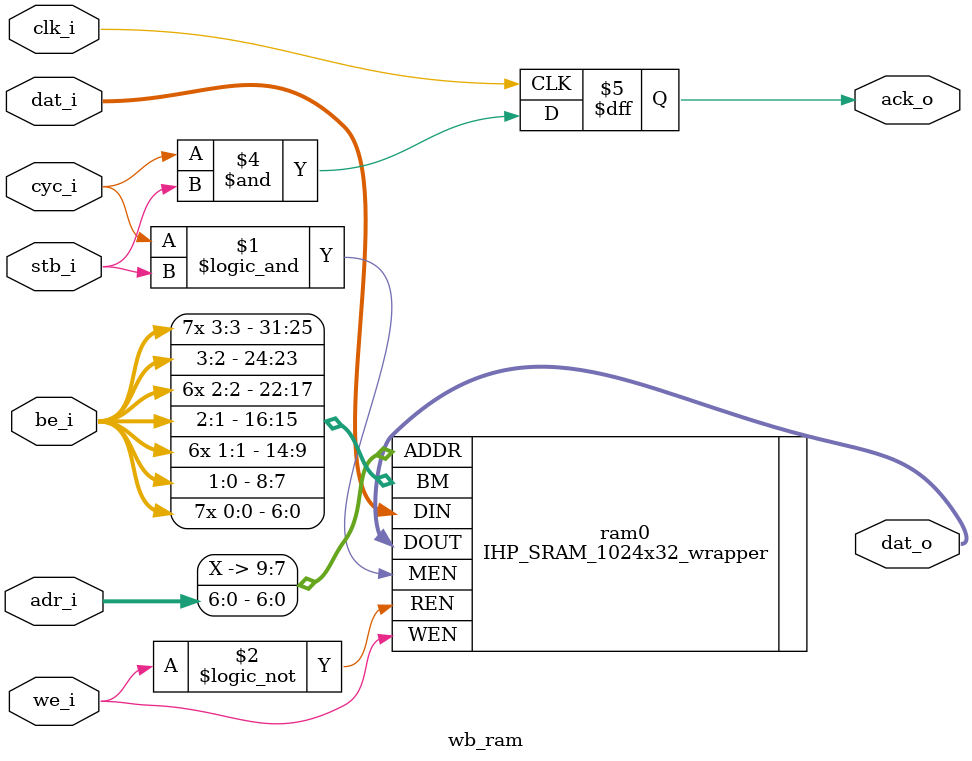
<source format=sv>

module wb_ram #(parameter DEPTH=128, parameter MEMFILE="")
(
   input  logic                     clk_i,
   input  logic                     cyc_i,
   input  logic                     stb_i,
   input  logic                     we_i,
   output logic                     ack_o,
   input  logic [3:0]               be_i,
   input  logic [$clog2(DEPTH)-1:0] adr_i,
   input  logic [31:0]              dat_i,
   output logic [31:0]              dat_o

);

/*`ifdef GOWIN
logic [31:0] mem_r [0:DEPTH-1];
`else
(* ram_style = "block" *) logic [31:0] mem_r [0:DEPTH-1];
`endif

logic read_enable;
logic write_enable;

assign read_enable   = cyc_i & stb_i & ~we_i;
assign write_enable  = cyc_i & stb_i & we_i;

always @(posedge clk_i) begin
   ack_o <= 'b0;

   if (read_enable) begin
      dat_o <= mem_r[adr_i];
      ack_o <= ~ack_o;
   end else if (write_enable) begin
      if (be_i[0]) mem_r[adr_i][7:0]   <= dat_i[7:0];
      if (be_i[1]) mem_r[adr_i][15:8]  <= dat_i[15:8];
      if (be_i[2]) mem_r[adr_i][23:16] <= dat_i[23:16];
      if (be_i[3]) mem_r[adr_i][31:24] <= dat_i[31:24];
      ack_o <= ~ack_o;
   end
end

initial begin
	if(MEMFILE != "") begin
	   $display("Preloading %m from %s", MEMFILE);
	   $readmemh(MEMFILE, mem_r);
	end
end*/

    IHP_SRAM_1024x32_wrapper ram0 (
        .ADDR  (adr_i[9:0]),
        .BM    ({{8{be_i[3]}}, {8{be_i[2]}}, {8{be_i[1]}}, {8{be_i[0]}}}),
        .DIN   (dat_i),
        .MEN   (cyc_i && stb_i),
        .REN   (!we_i),
        .WEN   (we_i),
        .DOUT  (dat_o)
    );

    always_ff @(posedge clk_i) begin
        ack_o <= cyc_i & stb_i;
    end

endmodule

</source>
